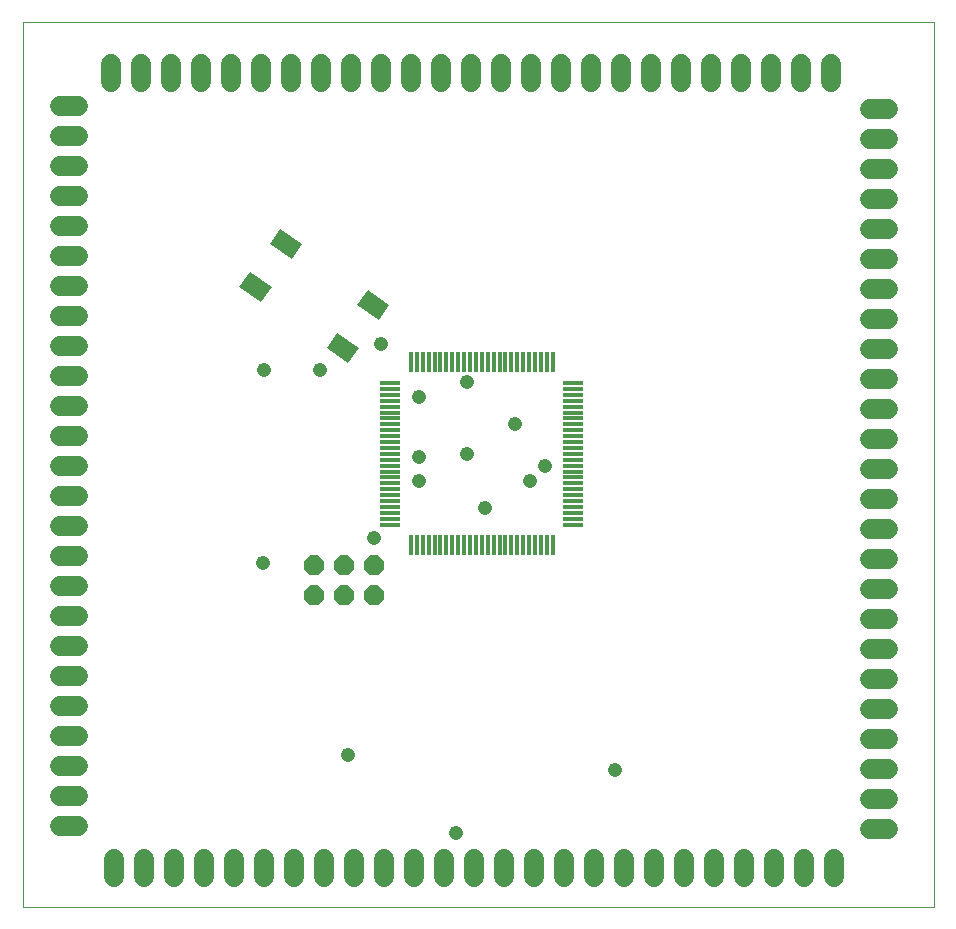
<source format=gts>
G75*
%MOIN*%
%OFA0B0*%
%FSLAX25Y25*%
%IPPOS*%
%LPD*%
%AMOC8*
5,1,8,0,0,1.08239X$1,22.5*
%
%ADD10C,0.00000*%
%ADD11OC8,0.06600*%
%ADD12C,0.06600*%
%ADD13R,0.06506X0.01663*%
%ADD14R,0.01663X0.06506*%
%ADD15R,0.08868X0.06112*%
%ADD16C,0.04756*%
D10*
X0001500Y0001500D02*
X0001500Y0296461D01*
X0305201Y0296461D01*
X0305201Y0001500D01*
X0001500Y0001500D01*
D11*
X0098500Y0105500D03*
X0098500Y0115500D03*
X0108500Y0115500D03*
X0108500Y0105500D03*
X0118500Y0105500D03*
X0118500Y0115500D03*
D12*
X0020000Y0118500D02*
X0014000Y0118500D01*
X0014000Y0108500D02*
X0020000Y0108500D01*
X0020000Y0098500D02*
X0014000Y0098500D01*
X0014000Y0088500D02*
X0020000Y0088500D01*
X0020000Y0078500D02*
X0014000Y0078500D01*
X0014000Y0068500D02*
X0020000Y0068500D01*
X0020000Y0058500D02*
X0014000Y0058500D01*
X0014000Y0048500D02*
X0020000Y0048500D01*
X0020000Y0038500D02*
X0014000Y0038500D01*
X0014000Y0028500D02*
X0020000Y0028500D01*
X0032000Y0017500D02*
X0032000Y0011500D01*
X0042000Y0011500D02*
X0042000Y0017500D01*
X0052000Y0017500D02*
X0052000Y0011500D01*
X0062000Y0011500D02*
X0062000Y0017500D01*
X0072000Y0017500D02*
X0072000Y0011500D01*
X0082000Y0011500D02*
X0082000Y0017500D01*
X0092000Y0017500D02*
X0092000Y0011500D01*
X0102000Y0011500D02*
X0102000Y0017500D01*
X0112000Y0017500D02*
X0112000Y0011500D01*
X0122000Y0011500D02*
X0122000Y0017500D01*
X0132000Y0017500D02*
X0132000Y0011500D01*
X0142000Y0011500D02*
X0142000Y0017500D01*
X0152000Y0017500D02*
X0152000Y0011500D01*
X0162000Y0011500D02*
X0162000Y0017500D01*
X0172000Y0017500D02*
X0172000Y0011500D01*
X0182000Y0011500D02*
X0182000Y0017500D01*
X0192000Y0017500D02*
X0192000Y0011500D01*
X0202000Y0011500D02*
X0202000Y0017500D01*
X0212000Y0017500D02*
X0212000Y0011500D01*
X0222000Y0011500D02*
X0222000Y0017500D01*
X0232000Y0017500D02*
X0232000Y0011500D01*
X0242000Y0011500D02*
X0242000Y0017500D01*
X0252000Y0017500D02*
X0252000Y0011500D01*
X0262000Y0011500D02*
X0262000Y0017500D01*
X0272000Y0017500D02*
X0272000Y0011500D01*
X0284000Y0027500D02*
X0290000Y0027500D01*
X0290000Y0037500D02*
X0284000Y0037500D01*
X0284000Y0047500D02*
X0290000Y0047500D01*
X0290000Y0057500D02*
X0284000Y0057500D01*
X0284000Y0067500D02*
X0290000Y0067500D01*
X0290000Y0077500D02*
X0284000Y0077500D01*
X0284000Y0087500D02*
X0290000Y0087500D01*
X0290000Y0097500D02*
X0284000Y0097500D01*
X0284000Y0107500D02*
X0290000Y0107500D01*
X0290000Y0117500D02*
X0284000Y0117500D01*
X0284000Y0127500D02*
X0290000Y0127500D01*
X0290000Y0137500D02*
X0284000Y0137500D01*
X0284000Y0147500D02*
X0290000Y0147500D01*
X0290000Y0157500D02*
X0284000Y0157500D01*
X0284000Y0167500D02*
X0290000Y0167500D01*
X0290000Y0177500D02*
X0284000Y0177500D01*
X0284000Y0187500D02*
X0290000Y0187500D01*
X0290000Y0197500D02*
X0284000Y0197500D01*
X0284000Y0207500D02*
X0290000Y0207500D01*
X0290000Y0217500D02*
X0284000Y0217500D01*
X0284000Y0227500D02*
X0290000Y0227500D01*
X0290000Y0237500D02*
X0284000Y0237500D01*
X0284000Y0247500D02*
X0290000Y0247500D01*
X0290000Y0257500D02*
X0284000Y0257500D01*
X0284000Y0267500D02*
X0290000Y0267500D01*
X0271000Y0276500D02*
X0271000Y0282500D01*
X0261000Y0282500D02*
X0261000Y0276500D01*
X0251000Y0276500D02*
X0251000Y0282500D01*
X0241000Y0282500D02*
X0241000Y0276500D01*
X0231000Y0276500D02*
X0231000Y0282500D01*
X0221000Y0282500D02*
X0221000Y0276500D01*
X0211000Y0276500D02*
X0211000Y0282500D01*
X0201000Y0282500D02*
X0201000Y0276500D01*
X0191000Y0276500D02*
X0191000Y0282500D01*
X0181000Y0282500D02*
X0181000Y0276500D01*
X0171000Y0276500D02*
X0171000Y0282500D01*
X0161000Y0282500D02*
X0161000Y0276500D01*
X0151000Y0276500D02*
X0151000Y0282500D01*
X0141000Y0282500D02*
X0141000Y0276500D01*
X0131000Y0276500D02*
X0131000Y0282500D01*
X0121000Y0282500D02*
X0121000Y0276500D01*
X0111000Y0276500D02*
X0111000Y0282500D01*
X0101000Y0282500D02*
X0101000Y0276500D01*
X0091000Y0276500D02*
X0091000Y0282500D01*
X0081000Y0282500D02*
X0081000Y0276500D01*
X0071000Y0276500D02*
X0071000Y0282500D01*
X0061000Y0282500D02*
X0061000Y0276500D01*
X0051000Y0276500D02*
X0051000Y0282500D01*
X0041000Y0282500D02*
X0041000Y0276500D01*
X0031000Y0276500D02*
X0031000Y0282500D01*
X0020000Y0268500D02*
X0014000Y0268500D01*
X0014000Y0258500D02*
X0020000Y0258500D01*
X0020000Y0248500D02*
X0014000Y0248500D01*
X0014000Y0238500D02*
X0020000Y0238500D01*
X0020000Y0228500D02*
X0014000Y0228500D01*
X0014000Y0218500D02*
X0020000Y0218500D01*
X0020000Y0208500D02*
X0014000Y0208500D01*
X0014000Y0198500D02*
X0020000Y0198500D01*
X0020000Y0188500D02*
X0014000Y0188500D01*
X0014000Y0178500D02*
X0020000Y0178500D01*
X0020000Y0168500D02*
X0014000Y0168500D01*
X0014000Y0158500D02*
X0020000Y0158500D01*
X0020000Y0148500D02*
X0014000Y0148500D01*
X0014000Y0138500D02*
X0020000Y0138500D01*
X0020000Y0128500D02*
X0014000Y0128500D01*
D13*
X0123988Y0128878D03*
X0123988Y0130846D03*
X0123988Y0132815D03*
X0123988Y0134783D03*
X0123988Y0136752D03*
X0123988Y0138720D03*
X0123988Y0140689D03*
X0123988Y0142657D03*
X0123988Y0144626D03*
X0123988Y0146594D03*
X0123988Y0148563D03*
X0123988Y0150531D03*
X0123988Y0152500D03*
X0123988Y0154469D03*
X0123988Y0156437D03*
X0123988Y0158406D03*
X0123988Y0160374D03*
X0123988Y0162343D03*
X0123988Y0164311D03*
X0123988Y0166280D03*
X0123988Y0168248D03*
X0123988Y0170217D03*
X0123988Y0172185D03*
X0123988Y0174154D03*
X0123988Y0176122D03*
X0185012Y0176122D03*
X0185012Y0174154D03*
X0185012Y0172185D03*
X0185012Y0170217D03*
X0185012Y0168248D03*
X0185012Y0166280D03*
X0185012Y0164311D03*
X0185012Y0162343D03*
X0185012Y0160374D03*
X0185012Y0158406D03*
X0185012Y0156437D03*
X0185012Y0154469D03*
X0185012Y0152500D03*
X0185012Y0150531D03*
X0185012Y0148563D03*
X0185012Y0146594D03*
X0185012Y0144626D03*
X0185012Y0142657D03*
X0185012Y0140689D03*
X0185012Y0138720D03*
X0185012Y0136752D03*
X0185012Y0134783D03*
X0185012Y0132815D03*
X0185012Y0130846D03*
X0185012Y0128878D03*
D14*
X0178122Y0121988D03*
X0176154Y0121988D03*
X0174185Y0121988D03*
X0172217Y0121988D03*
X0170248Y0121988D03*
X0168280Y0121988D03*
X0166311Y0121988D03*
X0164343Y0121988D03*
X0162374Y0121988D03*
X0160406Y0121988D03*
X0158437Y0121988D03*
X0156469Y0121988D03*
X0154500Y0121988D03*
X0152531Y0121988D03*
X0150563Y0121988D03*
X0148594Y0121988D03*
X0146626Y0121988D03*
X0144657Y0121988D03*
X0142689Y0121988D03*
X0140720Y0121988D03*
X0138752Y0121988D03*
X0136783Y0121988D03*
X0134815Y0121988D03*
X0132846Y0121988D03*
X0130878Y0121988D03*
X0130878Y0183012D03*
X0132846Y0183012D03*
X0134815Y0183012D03*
X0136783Y0183012D03*
X0138752Y0183012D03*
X0140720Y0183012D03*
X0142689Y0183012D03*
X0144657Y0183012D03*
X0146626Y0183012D03*
X0148594Y0183012D03*
X0150563Y0183012D03*
X0152531Y0183012D03*
X0154500Y0183012D03*
X0156469Y0183012D03*
X0158437Y0183012D03*
X0160406Y0183012D03*
X0162374Y0183012D03*
X0164343Y0183012D03*
X0166311Y0183012D03*
X0168280Y0183012D03*
X0170248Y0183012D03*
X0172217Y0183012D03*
X0174185Y0183012D03*
X0176154Y0183012D03*
X0178122Y0183012D03*
D15*
G36*
X0120182Y0197161D02*
X0112919Y0202246D01*
X0116424Y0207253D01*
X0123687Y0202168D01*
X0120182Y0197161D01*
G37*
G36*
X0110020Y0182649D02*
X0102757Y0187734D01*
X0106262Y0192741D01*
X0113525Y0187656D01*
X0110020Y0182649D01*
G37*
G36*
X0080995Y0202972D02*
X0073732Y0208057D01*
X0077237Y0213064D01*
X0084500Y0207979D01*
X0080995Y0202972D01*
G37*
G36*
X0091157Y0217485D02*
X0083894Y0222570D01*
X0087399Y0227577D01*
X0094662Y0222492D01*
X0091157Y0217485D01*
G37*
D16*
X0121000Y0189000D03*
X0133500Y0171500D03*
X0149500Y0176500D03*
X0165500Y0162500D03*
X0175500Y0148500D03*
X0170500Y0143500D03*
X0155500Y0134500D03*
X0149500Y0152500D03*
X0133500Y0151500D03*
X0133500Y0143500D03*
X0118500Y0124500D03*
X0081724Y0116080D03*
X0109912Y0051976D03*
X0146000Y0026000D03*
X0198769Y0047183D03*
X0100500Y0180500D03*
X0081967Y0180604D03*
M02*

</source>
